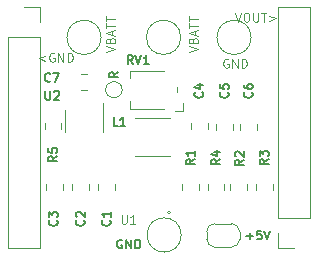
<source format=gbr>
G04 #@! TF.GenerationSoftware,KiCad,Pcbnew,(5.1.2)-2*
G04 #@! TF.CreationDate,2019-08-28T15:44:57+02:00*
G04 #@! TF.ProjectId,esp_pmc,6573705f-706d-4632-9e6b-696361645f70,0.0.1*
G04 #@! TF.SameCoordinates,Original*
G04 #@! TF.FileFunction,Legend,Top*
G04 #@! TF.FilePolarity,Positive*
%FSLAX46Y46*%
G04 Gerber Fmt 4.6, Leading zero omitted, Abs format (unit mm)*
G04 Created by KiCad (PCBNEW (5.1.2)-2) date 2019-08-28 15:44:57*
%MOMM*%
%LPD*%
G04 APERTURE LIST*
%ADD10C,0.120000*%
%ADD11C,0.175000*%
%ADD12C,0.125000*%
%ADD13C,0.150000*%
G04 APERTURE END LIST*
D10*
X56209857Y-76035285D02*
X55638428Y-76249571D01*
X56209857Y-76463857D01*
X56959857Y-75821000D02*
X56888428Y-75785285D01*
X56781285Y-75785285D01*
X56674142Y-75821000D01*
X56602714Y-75892428D01*
X56567000Y-75963857D01*
X56531285Y-76106714D01*
X56531285Y-76213857D01*
X56567000Y-76356714D01*
X56602714Y-76428142D01*
X56674142Y-76499571D01*
X56781285Y-76535285D01*
X56852714Y-76535285D01*
X56959857Y-76499571D01*
X56995571Y-76463857D01*
X56995571Y-76213857D01*
X56852714Y-76213857D01*
X57317000Y-76535285D02*
X57317000Y-75785285D01*
X57745571Y-76535285D01*
X57745571Y-75785285D01*
X58102714Y-76535285D02*
X58102714Y-75785285D01*
X58281285Y-75785285D01*
X58388428Y-75821000D01*
X58459857Y-75892428D01*
X58495571Y-75963857D01*
X58531285Y-76106714D01*
X58531285Y-76213857D01*
X58495571Y-76356714D01*
X58459857Y-76428142D01*
X58388428Y-76499571D01*
X58281285Y-76535285D01*
X58102714Y-76535285D01*
X72281285Y-72385285D02*
X72531285Y-73135285D01*
X72781285Y-72385285D01*
X73174142Y-72385285D02*
X73317000Y-72385285D01*
X73388428Y-72421000D01*
X73459857Y-72492428D01*
X73495571Y-72635285D01*
X73495571Y-72885285D01*
X73459857Y-73028142D01*
X73388428Y-73099571D01*
X73317000Y-73135285D01*
X73174142Y-73135285D01*
X73102714Y-73099571D01*
X73031285Y-73028142D01*
X72995571Y-72885285D01*
X72995571Y-72635285D01*
X73031285Y-72492428D01*
X73102714Y-72421000D01*
X73174142Y-72385285D01*
X73817000Y-72385285D02*
X73817000Y-72992428D01*
X73852714Y-73063857D01*
X73888428Y-73099571D01*
X73959857Y-73135285D01*
X74102714Y-73135285D01*
X74174142Y-73099571D01*
X74209857Y-73063857D01*
X74245571Y-72992428D01*
X74245571Y-72385285D01*
X74495571Y-72385285D02*
X74924142Y-72385285D01*
X74709857Y-73135285D02*
X74709857Y-72385285D01*
X75174142Y-72635285D02*
X75745571Y-72849571D01*
X75174142Y-73063857D01*
D11*
X62695571Y-91621000D02*
X62624142Y-91585285D01*
X62517000Y-91585285D01*
X62409857Y-91621000D01*
X62338428Y-91692428D01*
X62302714Y-91763857D01*
X62267000Y-91906714D01*
X62267000Y-92013857D01*
X62302714Y-92156714D01*
X62338428Y-92228142D01*
X62409857Y-92299571D01*
X62517000Y-92335285D01*
X62588428Y-92335285D01*
X62695571Y-92299571D01*
X62731285Y-92263857D01*
X62731285Y-92013857D01*
X62588428Y-92013857D01*
X63052714Y-92335285D02*
X63052714Y-91585285D01*
X63481285Y-92335285D01*
X63481285Y-91585285D01*
X63838428Y-92335285D02*
X63838428Y-91585285D01*
X64017000Y-91585285D01*
X64124142Y-91621000D01*
X64195571Y-91692428D01*
X64231285Y-91763857D01*
X64267000Y-91906714D01*
X64267000Y-92013857D01*
X64231285Y-92156714D01*
X64195571Y-92228142D01*
X64124142Y-92299571D01*
X64017000Y-92335285D01*
X63838428Y-92335285D01*
D10*
X71695571Y-76321000D02*
X71624142Y-76285285D01*
X71517000Y-76285285D01*
X71409857Y-76321000D01*
X71338428Y-76392428D01*
X71302714Y-76463857D01*
X71267000Y-76606714D01*
X71267000Y-76713857D01*
X71302714Y-76856714D01*
X71338428Y-76928142D01*
X71409857Y-76999571D01*
X71517000Y-77035285D01*
X71588428Y-77035285D01*
X71695571Y-76999571D01*
X71731285Y-76963857D01*
X71731285Y-76713857D01*
X71588428Y-76713857D01*
X72052714Y-77035285D02*
X72052714Y-76285285D01*
X72481285Y-77035285D01*
X72481285Y-76285285D01*
X72838428Y-77035285D02*
X72838428Y-76285285D01*
X73017000Y-76285285D01*
X73124142Y-76321000D01*
X73195571Y-76392428D01*
X73231285Y-76463857D01*
X73267000Y-76606714D01*
X73267000Y-76713857D01*
X73231285Y-76856714D01*
X73195571Y-76928142D01*
X73124142Y-76999571D01*
X73017000Y-77035285D01*
X72838428Y-77035285D01*
X61356285Y-75713857D02*
X62106285Y-75463857D01*
X61356285Y-75213857D01*
X61713428Y-74713857D02*
X61749142Y-74606714D01*
X61784857Y-74571000D01*
X61856285Y-74535285D01*
X61963428Y-74535285D01*
X62034857Y-74571000D01*
X62070571Y-74606714D01*
X62106285Y-74678142D01*
X62106285Y-74963857D01*
X61356285Y-74963857D01*
X61356285Y-74713857D01*
X61392000Y-74642428D01*
X61427714Y-74606714D01*
X61499142Y-74571000D01*
X61570571Y-74571000D01*
X61642000Y-74606714D01*
X61677714Y-74642428D01*
X61713428Y-74713857D01*
X61713428Y-74963857D01*
X61892000Y-74249571D02*
X61892000Y-73892428D01*
X62106285Y-74321000D02*
X61356285Y-74071000D01*
X62106285Y-73821000D01*
X61356285Y-73678142D02*
X61356285Y-73249571D01*
X62106285Y-73463857D02*
X61356285Y-73463857D01*
X61356285Y-73106714D02*
X61356285Y-72678142D01*
X62106285Y-72892428D02*
X61356285Y-72892428D01*
X68356285Y-75713857D02*
X69106285Y-75463857D01*
X68356285Y-75213857D01*
X68713428Y-74713857D02*
X68749142Y-74606714D01*
X68784857Y-74571000D01*
X68856285Y-74535285D01*
X68963428Y-74535285D01*
X69034857Y-74571000D01*
X69070571Y-74606714D01*
X69106285Y-74678142D01*
X69106285Y-74963857D01*
X68356285Y-74963857D01*
X68356285Y-74713857D01*
X68392000Y-74642428D01*
X68427714Y-74606714D01*
X68499142Y-74571000D01*
X68570571Y-74571000D01*
X68642000Y-74606714D01*
X68677714Y-74642428D01*
X68713428Y-74713857D01*
X68713428Y-74963857D01*
X68892000Y-74249571D02*
X68892000Y-73892428D01*
X69106285Y-74321000D02*
X68356285Y-74071000D01*
X69106285Y-73821000D01*
X68356285Y-73678142D02*
X68356285Y-73249571D01*
X69106285Y-73463857D02*
X68356285Y-73463857D01*
X68356285Y-73106714D02*
X68356285Y-72678142D01*
X69106285Y-72892428D02*
X68356285Y-72892428D01*
D12*
X67717000Y-91196000D02*
G75*
G03X67717000Y-91196000I-1450000J0D01*
G01*
X62717000Y-78896000D02*
G75*
G03X62717000Y-78896000I-700000J0D01*
G01*
X73637000Y-74466000D02*
G75*
G03X73637000Y-74466000I-1450000J0D01*
G01*
X67668000Y-74466000D02*
G75*
G03X67668000Y-74466000I-1450000J0D01*
G01*
X60937000Y-74466000D02*
G75*
G03X60937000Y-74466000I-1450000J0D01*
G01*
X53077000Y-74466000D02*
X55737000Y-74466000D01*
X53077000Y-74466000D02*
X53077000Y-92306000D01*
X53077000Y-92306000D02*
X55737000Y-92306000D01*
X55737000Y-74466000D02*
X55737000Y-92306000D01*
X55737000Y-71866000D02*
X55737000Y-73196000D01*
X54407000Y-71866000D02*
X55737000Y-71866000D01*
X77267000Y-92326000D02*
X75937000Y-92326000D01*
X75937000Y-92326000D02*
X75937000Y-90996000D01*
X75937000Y-89726000D02*
X75937000Y-71886000D01*
X78597000Y-71886000D02*
X75937000Y-71886000D01*
X78597000Y-89726000D02*
X78597000Y-71886000D01*
X78597000Y-89726000D02*
X75937000Y-89726000D01*
X61097000Y-82440000D02*
X61097000Y-79990000D01*
X57877000Y-80640000D02*
X57877000Y-82440000D01*
X66795571Y-89278000D02*
G75*
G03X66795571Y-89278000I-125000J0D01*
G01*
X67867000Y-80696000D02*
X67867000Y-79996000D01*
X67167000Y-80696000D02*
X67867000Y-80696000D01*
X63367000Y-77296000D02*
X63367000Y-77896000D01*
X66267000Y-77296000D02*
X63367000Y-77296000D01*
X63367000Y-80496000D02*
X63367000Y-79896000D01*
X66267000Y-80496000D02*
X63367000Y-80496000D01*
X67367000Y-79096000D02*
X67367000Y-78696000D01*
X57577000Y-82254578D02*
X57577000Y-81737422D01*
X56157000Y-82254578D02*
X56157000Y-81737422D01*
X69957000Y-86894422D02*
X69957000Y-87411578D01*
X71377000Y-86894422D02*
X71377000Y-87411578D01*
X74057000Y-86894422D02*
X74057000Y-87411578D01*
X75477000Y-86894422D02*
X75477000Y-87411578D01*
X71864142Y-86894422D02*
X71864142Y-87411578D01*
X73284142Y-86894422D02*
X73284142Y-87411578D01*
X67807000Y-86894422D02*
X67807000Y-87411578D01*
X69227000Y-86894422D02*
X69227000Y-87411578D01*
X66767000Y-81296000D02*
X63767000Y-81296000D01*
X66767000Y-84496000D02*
X63767000Y-84496000D01*
X70567000Y-90230000D02*
X71967000Y-90230000D01*
X72667000Y-90930000D02*
X72667000Y-91530000D01*
X71967000Y-92230000D02*
X70567000Y-92230000D01*
X69867000Y-91530000D02*
X69867000Y-90930000D01*
X69867000Y-90930000D02*
G75*
G02X70567000Y-90230000I700000J0D01*
G01*
X70567000Y-92230000D02*
G75*
G02X69867000Y-91530000I0J700000D01*
G01*
X72667000Y-91530000D02*
G75*
G02X71967000Y-92230000I-700000J0D01*
G01*
X71967000Y-90230000D02*
G75*
G02X72667000Y-90930000I0J-700000D01*
G01*
X59745578Y-77528000D02*
X59228422Y-77528000D01*
X59745578Y-78948000D02*
X59228422Y-78948000D01*
X74143000Y-82296578D02*
X74143000Y-81779422D01*
X72723000Y-82296578D02*
X72723000Y-81779422D01*
X72111000Y-82296578D02*
X72111000Y-81779422D01*
X70691000Y-82296578D02*
X70691000Y-81779422D01*
X69976000Y-82266578D02*
X69976000Y-81749422D01*
X68556000Y-82266578D02*
X68556000Y-81749422D01*
X56307000Y-86894422D02*
X56307000Y-87411578D01*
X57727000Y-86894422D02*
X57727000Y-87411578D01*
X58499857Y-86894422D02*
X58499857Y-87411578D01*
X59919857Y-86894422D02*
X59919857Y-87411578D01*
X60692714Y-86894422D02*
X60692714Y-87411578D01*
X62112714Y-86894422D02*
X62112714Y-87411578D01*
D13*
X62356285Y-77413857D02*
X61999142Y-77663857D01*
X62356285Y-77842428D02*
X61606285Y-77842428D01*
X61606285Y-77556714D01*
X61642000Y-77485285D01*
X61677714Y-77449571D01*
X61749142Y-77413857D01*
X61856285Y-77413857D01*
X61927714Y-77449571D01*
X61963428Y-77485285D01*
X61999142Y-77556714D01*
X61999142Y-77842428D01*
X56195571Y-78985285D02*
X56195571Y-79592428D01*
X56231285Y-79663857D01*
X56267000Y-79699571D01*
X56338428Y-79735285D01*
X56481285Y-79735285D01*
X56552714Y-79699571D01*
X56588428Y-79663857D01*
X56624142Y-79592428D01*
X56624142Y-78985285D01*
X56945571Y-79056714D02*
X56981285Y-79021000D01*
X57052714Y-78985285D01*
X57231285Y-78985285D01*
X57302714Y-79021000D01*
X57338428Y-79056714D01*
X57374142Y-79128142D01*
X57374142Y-79199571D01*
X57338428Y-79306714D01*
X56909857Y-79735285D01*
X57374142Y-79735285D01*
D12*
X62662142Y-89485285D02*
X62662142Y-90092428D01*
X62697856Y-90163857D01*
X62733571Y-90199571D01*
X62804999Y-90235285D01*
X62947856Y-90235285D01*
X63019285Y-90199571D01*
X63054999Y-90163857D01*
X63090713Y-90092428D01*
X63090713Y-89485285D01*
X63840713Y-90235285D02*
X63412142Y-90235285D01*
X63626428Y-90235285D02*
X63626428Y-89485285D01*
X63554999Y-89592428D01*
X63483571Y-89663857D01*
X63412142Y-89699571D01*
D13*
X63620571Y-76735285D02*
X63370571Y-76378142D01*
X63192000Y-76735285D02*
X63192000Y-75985285D01*
X63477714Y-75985285D01*
X63549142Y-76021000D01*
X63584857Y-76056714D01*
X63620571Y-76128142D01*
X63620571Y-76235285D01*
X63584857Y-76306714D01*
X63549142Y-76342428D01*
X63477714Y-76378142D01*
X63192000Y-76378142D01*
X63834857Y-75985285D02*
X64084857Y-76735285D01*
X64334857Y-75985285D01*
X64977714Y-76735285D02*
X64549142Y-76735285D01*
X64763428Y-76735285D02*
X64763428Y-75985285D01*
X64692000Y-76092428D01*
X64620571Y-76163857D01*
X64549142Y-76199571D01*
X57206285Y-84521000D02*
X56849142Y-84771000D01*
X57206285Y-84949571D02*
X56456285Y-84949571D01*
X56456285Y-84663857D01*
X56492000Y-84592428D01*
X56527714Y-84556714D01*
X56599142Y-84521000D01*
X56706285Y-84521000D01*
X56777714Y-84556714D01*
X56813428Y-84592428D01*
X56849142Y-84663857D01*
X56849142Y-84949571D01*
X56456285Y-83842428D02*
X56456285Y-84199571D01*
X56813428Y-84235285D01*
X56777714Y-84199571D01*
X56742000Y-84128142D01*
X56742000Y-83949571D01*
X56777714Y-83878142D01*
X56813428Y-83842428D01*
X56884857Y-83806714D01*
X57063428Y-83806714D01*
X57134857Y-83842428D01*
X57170571Y-83878142D01*
X57206285Y-83949571D01*
X57206285Y-84128142D01*
X57170571Y-84199571D01*
X57134857Y-84235285D01*
X71006285Y-84778000D02*
X70649142Y-85028000D01*
X71006285Y-85206571D02*
X70256285Y-85206571D01*
X70256285Y-84920857D01*
X70292000Y-84849428D01*
X70327714Y-84813714D01*
X70399142Y-84778000D01*
X70506285Y-84778000D01*
X70577714Y-84813714D01*
X70613428Y-84849428D01*
X70649142Y-84920857D01*
X70649142Y-85206571D01*
X70506285Y-84135142D02*
X71006285Y-84135142D01*
X70220571Y-84313714D02*
X70756285Y-84492285D01*
X70756285Y-84028000D01*
X75106285Y-84778000D02*
X74749142Y-85028000D01*
X75106285Y-85206571D02*
X74356285Y-85206571D01*
X74356285Y-84920857D01*
X74392000Y-84849428D01*
X74427714Y-84813714D01*
X74499142Y-84778000D01*
X74606285Y-84778000D01*
X74677714Y-84813714D01*
X74713428Y-84849428D01*
X74749142Y-84920857D01*
X74749142Y-85206571D01*
X74356285Y-84528000D02*
X74356285Y-84063714D01*
X74642000Y-84313714D01*
X74642000Y-84206571D01*
X74677714Y-84135142D01*
X74713428Y-84099428D01*
X74784857Y-84063714D01*
X74963428Y-84063714D01*
X75034857Y-84099428D01*
X75070571Y-84135142D01*
X75106285Y-84206571D01*
X75106285Y-84420857D01*
X75070571Y-84492285D01*
X75034857Y-84528000D01*
X73006285Y-84821000D02*
X72649142Y-85071000D01*
X73006285Y-85249571D02*
X72256285Y-85249571D01*
X72256285Y-84963857D01*
X72292000Y-84892428D01*
X72327714Y-84856714D01*
X72399142Y-84821000D01*
X72506285Y-84821000D01*
X72577714Y-84856714D01*
X72613428Y-84892428D01*
X72649142Y-84963857D01*
X72649142Y-85249571D01*
X72327714Y-84535285D02*
X72292000Y-84499571D01*
X72256285Y-84428142D01*
X72256285Y-84249571D01*
X72292000Y-84178142D01*
X72327714Y-84142428D01*
X72399142Y-84106714D01*
X72470571Y-84106714D01*
X72577714Y-84142428D01*
X73006285Y-84571000D01*
X73006285Y-84106714D01*
X68856285Y-84778000D02*
X68499142Y-85028000D01*
X68856285Y-85206571D02*
X68106285Y-85206571D01*
X68106285Y-84920857D01*
X68142000Y-84849428D01*
X68177714Y-84813714D01*
X68249142Y-84778000D01*
X68356285Y-84778000D01*
X68427714Y-84813714D01*
X68463428Y-84849428D01*
X68499142Y-84920857D01*
X68499142Y-85206571D01*
X68856285Y-84063714D02*
X68856285Y-84492285D01*
X68856285Y-84278000D02*
X68106285Y-84278000D01*
X68213428Y-84349428D01*
X68284857Y-84420857D01*
X68320571Y-84492285D01*
X62348000Y-81965285D02*
X61990857Y-81965285D01*
X61990857Y-81215285D01*
X62990857Y-81965285D02*
X62562285Y-81965285D01*
X62776571Y-81965285D02*
X62776571Y-81215285D01*
X62705142Y-81322428D01*
X62633714Y-81393857D01*
X62562285Y-81429571D01*
X73223714Y-91283571D02*
X73795142Y-91283571D01*
X73509428Y-91569285D02*
X73509428Y-90997857D01*
X74509428Y-90819285D02*
X74152285Y-90819285D01*
X74116571Y-91176428D01*
X74152285Y-91140714D01*
X74223714Y-91105000D01*
X74402285Y-91105000D01*
X74473714Y-91140714D01*
X74509428Y-91176428D01*
X74545142Y-91247857D01*
X74545142Y-91426428D01*
X74509428Y-91497857D01*
X74473714Y-91533571D01*
X74402285Y-91569285D01*
X74223714Y-91569285D01*
X74152285Y-91533571D01*
X74116571Y-91497857D01*
X74759428Y-90819285D02*
X75009428Y-91569285D01*
X75259428Y-90819285D01*
X56642000Y-78163857D02*
X56606285Y-78199571D01*
X56499142Y-78235285D01*
X56427714Y-78235285D01*
X56320571Y-78199571D01*
X56249142Y-78128142D01*
X56213428Y-78056714D01*
X56177714Y-77913857D01*
X56177714Y-77806714D01*
X56213428Y-77663857D01*
X56249142Y-77592428D01*
X56320571Y-77521000D01*
X56427714Y-77485285D01*
X56499142Y-77485285D01*
X56606285Y-77521000D01*
X56642000Y-77556714D01*
X56892000Y-77485285D02*
X57392000Y-77485285D01*
X57070571Y-78235285D01*
X73700857Y-79115000D02*
X73736571Y-79150714D01*
X73772285Y-79257857D01*
X73772285Y-79329285D01*
X73736571Y-79436428D01*
X73665142Y-79507857D01*
X73593714Y-79543571D01*
X73450857Y-79579285D01*
X73343714Y-79579285D01*
X73200857Y-79543571D01*
X73129428Y-79507857D01*
X73058000Y-79436428D01*
X73022285Y-79329285D01*
X73022285Y-79257857D01*
X73058000Y-79150714D01*
X73093714Y-79115000D01*
X73022285Y-78472142D02*
X73022285Y-78615000D01*
X73058000Y-78686428D01*
X73093714Y-78722142D01*
X73200857Y-78793571D01*
X73343714Y-78829285D01*
X73629428Y-78829285D01*
X73700857Y-78793571D01*
X73736571Y-78757857D01*
X73772285Y-78686428D01*
X73772285Y-78543571D01*
X73736571Y-78472142D01*
X73700857Y-78436428D01*
X73629428Y-78400714D01*
X73450857Y-78400714D01*
X73379428Y-78436428D01*
X73343714Y-78472142D01*
X73308000Y-78543571D01*
X73308000Y-78686428D01*
X73343714Y-78757857D01*
X73379428Y-78793571D01*
X73450857Y-78829285D01*
X71668857Y-79115000D02*
X71704571Y-79150714D01*
X71740285Y-79257857D01*
X71740285Y-79329285D01*
X71704571Y-79436428D01*
X71633142Y-79507857D01*
X71561714Y-79543571D01*
X71418857Y-79579285D01*
X71311714Y-79579285D01*
X71168857Y-79543571D01*
X71097428Y-79507857D01*
X71026000Y-79436428D01*
X70990285Y-79329285D01*
X70990285Y-79257857D01*
X71026000Y-79150714D01*
X71061714Y-79115000D01*
X70990285Y-78436428D02*
X70990285Y-78793571D01*
X71347428Y-78829285D01*
X71311714Y-78793571D01*
X71276000Y-78722142D01*
X71276000Y-78543571D01*
X71311714Y-78472142D01*
X71347428Y-78436428D01*
X71418857Y-78400714D01*
X71597428Y-78400714D01*
X71668857Y-78436428D01*
X71704571Y-78472142D01*
X71740285Y-78543571D01*
X71740285Y-78722142D01*
X71704571Y-78793571D01*
X71668857Y-78829285D01*
X69509857Y-79115000D02*
X69545571Y-79150714D01*
X69581285Y-79257857D01*
X69581285Y-79329285D01*
X69545571Y-79436428D01*
X69474142Y-79507857D01*
X69402714Y-79543571D01*
X69259857Y-79579285D01*
X69152714Y-79579285D01*
X69009857Y-79543571D01*
X68938428Y-79507857D01*
X68867000Y-79436428D01*
X68831285Y-79329285D01*
X68831285Y-79257857D01*
X68867000Y-79150714D01*
X68902714Y-79115000D01*
X69081285Y-78472142D02*
X69581285Y-78472142D01*
X68795571Y-78650714D02*
X69331285Y-78829285D01*
X69331285Y-78365000D01*
X57203857Y-89945000D02*
X57239571Y-89980714D01*
X57275285Y-90087857D01*
X57275285Y-90159285D01*
X57239571Y-90266428D01*
X57168142Y-90337857D01*
X57096714Y-90373571D01*
X56953857Y-90409285D01*
X56846714Y-90409285D01*
X56703857Y-90373571D01*
X56632428Y-90337857D01*
X56561000Y-90266428D01*
X56525285Y-90159285D01*
X56525285Y-90087857D01*
X56561000Y-89980714D01*
X56596714Y-89945000D01*
X56525285Y-89695000D02*
X56525285Y-89230714D01*
X56811000Y-89480714D01*
X56811000Y-89373571D01*
X56846714Y-89302142D01*
X56882428Y-89266428D01*
X56953857Y-89230714D01*
X57132428Y-89230714D01*
X57203857Y-89266428D01*
X57239571Y-89302142D01*
X57275285Y-89373571D01*
X57275285Y-89587857D01*
X57239571Y-89659285D01*
X57203857Y-89695000D01*
X59477714Y-89945000D02*
X59513428Y-89980714D01*
X59549142Y-90087857D01*
X59549142Y-90159285D01*
X59513428Y-90266428D01*
X59441999Y-90337857D01*
X59370571Y-90373571D01*
X59227714Y-90409285D01*
X59120571Y-90409285D01*
X58977714Y-90373571D01*
X58906285Y-90337857D01*
X58834857Y-90266428D01*
X58799142Y-90159285D01*
X58799142Y-90087857D01*
X58834857Y-89980714D01*
X58870571Y-89945000D01*
X58870571Y-89659285D02*
X58834857Y-89623571D01*
X58799142Y-89552142D01*
X58799142Y-89373571D01*
X58834857Y-89302142D01*
X58870571Y-89266428D01*
X58941999Y-89230714D01*
X59013428Y-89230714D01*
X59120571Y-89266428D01*
X59549142Y-89695000D01*
X59549142Y-89230714D01*
X61670571Y-89945000D02*
X61706285Y-89980714D01*
X61741999Y-90087857D01*
X61741999Y-90159285D01*
X61706285Y-90266428D01*
X61634856Y-90337857D01*
X61563428Y-90373571D01*
X61420571Y-90409285D01*
X61313428Y-90409285D01*
X61170571Y-90373571D01*
X61099142Y-90337857D01*
X61027714Y-90266428D01*
X60991999Y-90159285D01*
X60991999Y-90087857D01*
X61027714Y-89980714D01*
X61063428Y-89945000D01*
X61741999Y-89230714D02*
X61741999Y-89659285D01*
X61741999Y-89445000D02*
X60991999Y-89445000D01*
X61099142Y-89516428D01*
X61170571Y-89587857D01*
X61206285Y-89659285D01*
M02*

</source>
